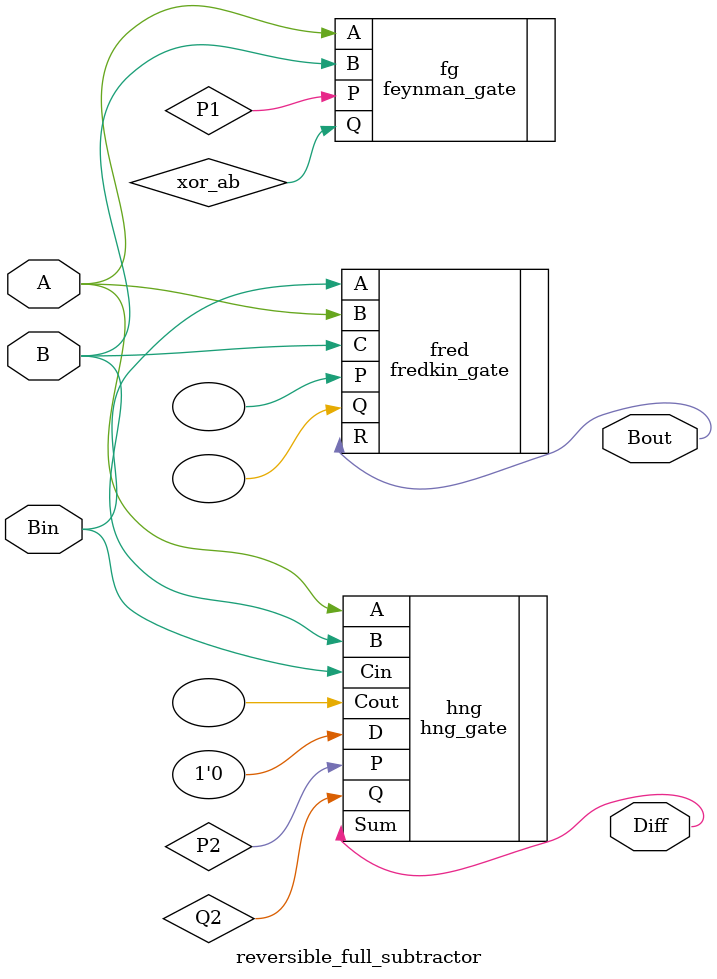
<source format=v>

module reversible_full_subtractor(
  input A,
  input B,
  input Bin,
  output Diff,
  output Bout
);
  wire xor_ab, P1, Q1;
  wire P2, Q2, R2;

  
  feynman_gate fg(.A(A), .B(B), .P(P1), .Q(xor_ab));
  hng_gate hng(.A(A), .B(B), .Cin(Bin), .D(1'b0), .P(P2), .Q(Q2), .Sum(Diff), .Cout());
  fredkin_gate fred(.A(Bin), .B(A), .C(B), .P(), .Q(), .R(Bout));

  
endmodule

</source>
